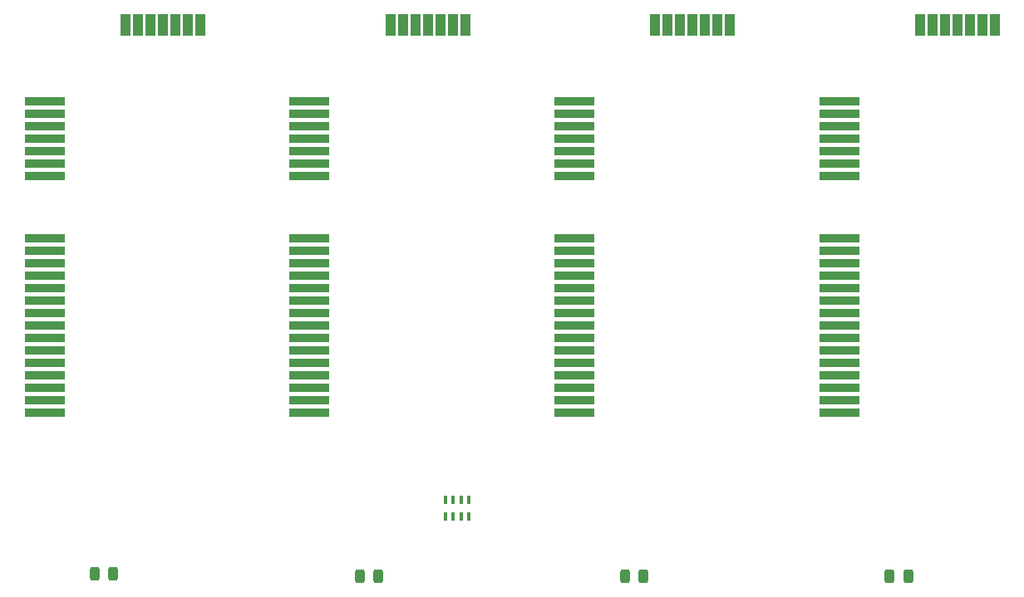
<source format=gbr>
%TF.GenerationSoftware,KiCad,Pcbnew,8.0.7*%
%TF.CreationDate,2025-02-19T10:26:07-06:00*%
%TF.ProjectId,RickNAS_4PortSATA,5269636b-4e41-4535-9f34-506f72745341,rev?*%
%TF.SameCoordinates,Original*%
%TF.FileFunction,Paste,Top*%
%TF.FilePolarity,Positive*%
%FSLAX46Y46*%
G04 Gerber Fmt 4.6, Leading zero omitted, Abs format (unit mm)*
G04 Created by KiCad (PCBNEW 8.0.7) date 2025-02-19 10:26:07*
%MOMM*%
%LPD*%
G01*
G04 APERTURE LIST*
G04 Aperture macros list*
%AMRoundRect*
0 Rectangle with rounded corners*
0 $1 Rounding radius*
0 $2 $3 $4 $5 $6 $7 $8 $9 X,Y pos of 4 corners*
0 Add a 4 corners polygon primitive as box body*
4,1,4,$2,$3,$4,$5,$6,$7,$8,$9,$2,$3,0*
0 Add four circle primitives for the rounded corners*
1,1,$1+$1,$2,$3*
1,1,$1+$1,$4,$5*
1,1,$1+$1,$6,$7*
1,1,$1+$1,$8,$9*
0 Add four rect primitives between the rounded corners*
20,1,$1+$1,$2,$3,$4,$5,0*
20,1,$1+$1,$4,$5,$6,$7,0*
20,1,$1+$1,$6,$7,$8,$9,0*
20,1,$1+$1,$8,$9,$2,$3,0*%
G04 Aperture macros list end*
%ADD10R,0.400000X0.900000*%
%ADD11RoundRect,0.243750X-0.243750X-0.456250X0.243750X-0.456250X0.243750X0.456250X-0.243750X0.456250X0*%
%ADD12R,4.089400X0.889000*%
%ADD13R,0.990600X2.209800*%
G04 APERTURE END LIST*
D10*
%TO.C,RN1*%
X139000000Y-133650000D03*
X138200000Y-133650000D03*
X137400000Y-133650000D03*
X136600000Y-133650000D03*
X136600000Y-135350000D03*
X137400000Y-135350000D03*
X138200000Y-135350000D03*
X139000000Y-135350000D03*
%TD*%
D11*
%TO.C,D4*%
X181862500Y-141400000D03*
X183737500Y-141400000D03*
%TD*%
%TO.C,D3*%
X154925000Y-141400000D03*
X156800000Y-141400000D03*
%TD*%
%TO.C,D2*%
X127862500Y-141400000D03*
X129737500Y-141400000D03*
%TD*%
%TO.C,D1*%
X100862500Y-141200000D03*
X102737500Y-141200000D03*
%TD*%
D12*
%TO.C,U4*%
X149764699Y-92980014D03*
X149764699Y-94250025D03*
X149764699Y-95520025D03*
X149764699Y-96790025D03*
X149764699Y-98060025D03*
X149764699Y-99330025D03*
X149764699Y-100600025D03*
X149764699Y-106950014D03*
X149764699Y-108220025D03*
X149764699Y-109490025D03*
X149764699Y-110760025D03*
X149764699Y-112030025D03*
X149764699Y-113300025D03*
X149764699Y-114570025D03*
X149764699Y-115840025D03*
X149764699Y-117110025D03*
X149764699Y-118380025D03*
X149764699Y-119650025D03*
X149764699Y-120920025D03*
X149764699Y-122190025D03*
X149764699Y-123460025D03*
X149764699Y-124730025D03*
%TD*%
D13*
%TO.C,U2*%
X103990001Y-85178499D03*
X105260001Y-85178499D03*
X106530001Y-85178499D03*
X107800001Y-85178499D03*
X109070001Y-85178499D03*
X110340001Y-85178499D03*
X111610001Y-85178499D03*
%TD*%
D12*
%TO.C,U1*%
X95764699Y-92980014D03*
X95764699Y-94250025D03*
X95764699Y-95520025D03*
X95764699Y-96790025D03*
X95764699Y-98060025D03*
X95764699Y-99330025D03*
X95764699Y-100600025D03*
X95764699Y-106950014D03*
X95764699Y-108220025D03*
X95764699Y-109490025D03*
X95764699Y-110760025D03*
X95764699Y-112030025D03*
X95764699Y-113300025D03*
X95764699Y-114570025D03*
X95764699Y-115840025D03*
X95764699Y-117110025D03*
X95764699Y-118380025D03*
X95764699Y-119650025D03*
X95764699Y-120920025D03*
X95764699Y-122190025D03*
X95764699Y-123460025D03*
X95764699Y-124730025D03*
%TD*%
%TO.C,U8*%
X176764699Y-92980014D03*
X176764699Y-94250025D03*
X176764699Y-95520025D03*
X176764699Y-96790025D03*
X176764699Y-98060025D03*
X176764699Y-99330025D03*
X176764699Y-100600025D03*
X176764699Y-106950014D03*
X176764699Y-108220025D03*
X176764699Y-109490025D03*
X176764699Y-110760025D03*
X176764699Y-112030025D03*
X176764699Y-113300025D03*
X176764699Y-114570025D03*
X176764699Y-115840025D03*
X176764699Y-117110025D03*
X176764699Y-118380025D03*
X176764699Y-119650025D03*
X176764699Y-120920025D03*
X176764699Y-122190025D03*
X176764699Y-123460025D03*
X176764699Y-124730025D03*
%TD*%
D13*
%TO.C,U7*%
X130990001Y-85178499D03*
X132260001Y-85178499D03*
X133530001Y-85178499D03*
X134800001Y-85178499D03*
X136070001Y-85178499D03*
X137340001Y-85178499D03*
X138610001Y-85178499D03*
%TD*%
D12*
%TO.C,U6*%
X122764699Y-92980014D03*
X122764699Y-94250025D03*
X122764699Y-95520025D03*
X122764699Y-96790025D03*
X122764699Y-98060025D03*
X122764699Y-99330025D03*
X122764699Y-100600025D03*
X122764699Y-106950014D03*
X122764699Y-108220025D03*
X122764699Y-109490025D03*
X122764699Y-110760025D03*
X122764699Y-112030025D03*
X122764699Y-113300025D03*
X122764699Y-114570025D03*
X122764699Y-115840025D03*
X122764699Y-117110025D03*
X122764699Y-118380025D03*
X122764699Y-119650025D03*
X122764699Y-120920025D03*
X122764699Y-122190025D03*
X122764699Y-123460025D03*
X122764699Y-124730025D03*
%TD*%
D13*
%TO.C,U5*%
X157990001Y-85178499D03*
X159260001Y-85178499D03*
X160530001Y-85178499D03*
X161800001Y-85178499D03*
X163070001Y-85178499D03*
X164340001Y-85178499D03*
X165610001Y-85178499D03*
%TD*%
%TO.C,U9*%
X184990001Y-85178499D03*
X186260001Y-85178499D03*
X187530001Y-85178499D03*
X188800001Y-85178499D03*
X190070001Y-85178499D03*
X191340001Y-85178499D03*
X192610001Y-85178499D03*
%TD*%
M02*

</source>
